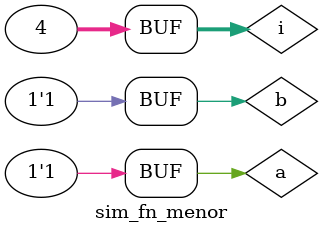
<source format=v>
`include "fn_menor.v"
module sim_fn_menor ;
    integer i;
    reg a,b;
    wire Y;
    fn_menor dut (
        .Y (Y),
        .a (a),
        .b (b)
    );

    initial begin
        $dumpfile("fn_menor.vcd");
        $dumpvars(0);
        for (i=0;i<4;i = i + 1) begin
            {a,b} = i[1:0];
            #10;
        end
    end
endmodule

</source>
